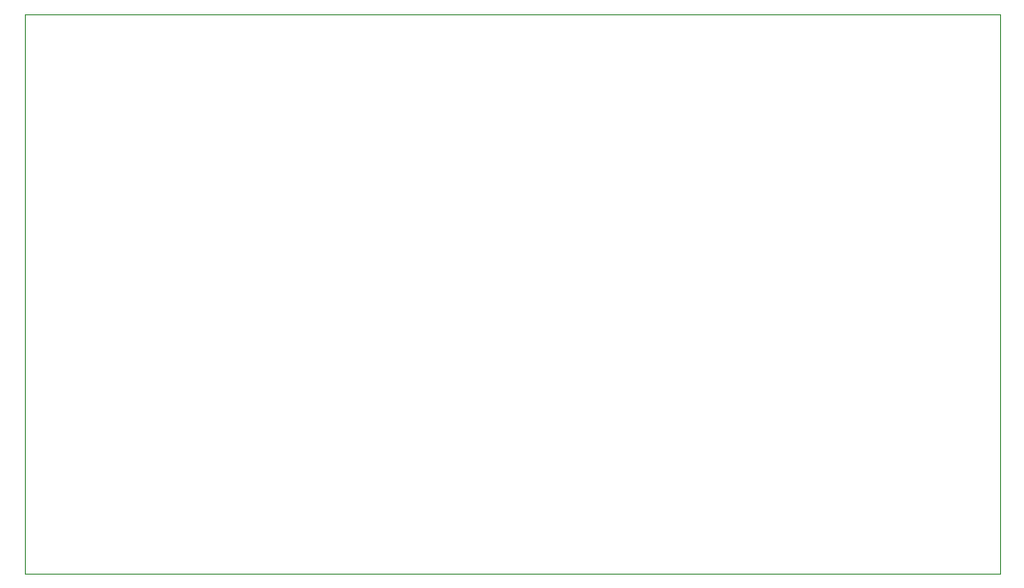
<source format=gbr>
G04 #@! TF.GenerationSoftware,KiCad,Pcbnew,5.1.4+dfsg1-1*
G04 #@! TF.CreationDate,2020-01-19T16:19:54-05:00*
G04 #@! TF.ProjectId,Windig_Kicad,57696e64-6967-45f4-9b69-6361642e6b69,rev?*
G04 #@! TF.SameCoordinates,Original*
G04 #@! TF.FileFunction,Profile,NP*
%FSLAX46Y46*%
G04 Gerber Fmt 4.6, Leading zero omitted, Abs format (unit mm)*
G04 Created by KiCad (PCBNEW 5.1.4+dfsg1-1) date 2020-01-19 16:19:54*
%MOMM*%
%LPD*%
G04 APERTURE LIST*
%ADD10C,0.050000*%
G04 APERTURE END LIST*
D10*
X91440000Y-49530000D02*
X177800000Y-49530000D01*
X177800000Y-99060000D02*
X177800000Y-49530000D01*
X91440000Y-99060000D02*
X177800000Y-99060000D01*
X91440000Y-49530000D02*
X91440000Y-99060000D01*
M02*

</source>
